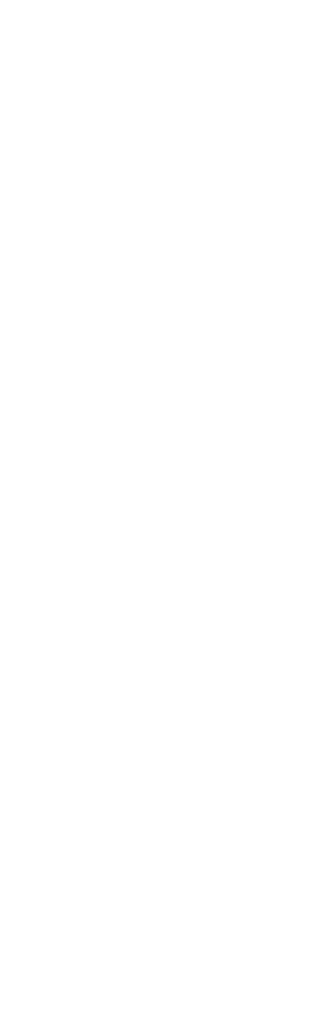
<source format=kicad_pcb>
(kicad_pcb (version 20171130) (host pcbnew "(5.0.1)-4")

  (general
    (thickness 1.6)
    (drawings 27)
    (tracks 0)
    (zones 0)
    (modules 0)
    (nets 1)
  )

  (page A4)
  (layers
    (0 F.Cu signal)
    (31 B.Cu signal)
    (32 B.Adhes user)
    (33 F.Adhes user)
    (34 B.Paste user)
    (35 F.Paste user)
    (36 B.SilkS user)
    (37 F.SilkS user)
    (38 B.Mask user)
    (39 F.Mask user)
    (40 Dwgs.User user)
    (41 Cmts.User user)
    (42 Eco1.User user)
    (43 Eco2.User user)
    (44 Edge.Cuts user)
    (45 Margin user)
    (46 B.CrtYd user)
    (47 F.CrtYd user)
    (48 B.Fab user)
    (49 F.Fab user)
  )

  (setup
    (last_trace_width 0.25)
    (trace_clearance 0.2)
    (zone_clearance 0.508)
    (zone_45_only no)
    (trace_min 0.2)
    (segment_width 0.2)
    (edge_width 0.2)
    (via_size 0.8)
    (via_drill 0.4)
    (via_min_size 0.4)
    (via_min_drill 0.3)
    (uvia_size 0.3)
    (uvia_drill 0.1)
    (uvias_allowed no)
    (uvia_min_size 0.2)
    (uvia_min_drill 0.1)
    (pcb_text_width 0.3)
    (pcb_text_size 1.5 1.5)
    (mod_edge_width 0.15)
    (mod_text_size 1 1)
    (mod_text_width 0.15)
    (pad_size 1.524 1.524)
    (pad_drill 0.762)
    (pad_to_mask_clearance 0.051)
    (solder_mask_min_width 0.25)
    (aux_axis_origin 0 0)
    (visible_elements 7FFFFFFF)
    (pcbplotparams
      (layerselection 0x010f0_ffffffff)
      (usegerberextensions false)
      (usegerberattributes false)
      (usegerberadvancedattributes false)
      (creategerberjobfile false)
      (excludeedgelayer true)
      (linewidth 0.100000)
      (plotframeref false)
      (viasonmask false)
      (mode 1)
      (useauxorigin false)
      (hpglpennumber 1)
      (hpglpenspeed 20)
      (hpglpendiameter 15.000000)
      (psnegative false)
      (psa4output false)
      (plotreference true)
      (plotvalue true)
      (plotinvisibletext false)
      (padsonsilk false)
      (subtractmaskfromsilk false)
      (outputformat 1)
      (mirror false)
      (drillshape 0)
      (scaleselection 1)
      (outputdirectory ""))
  )

  (net 0 "")

  (net_class Default "This is the default net class."
    (clearance 0.2)
    (trace_width 0.25)
    (via_dia 0.8)
    (via_drill 0.4)
    (uvia_dia 0.3)
    (uvia_drill 0.1)
  )

  (gr_circle (center 20.2 94.7) (end 23.45 94.7) (layer Eco2.User) (width 0.05) (tstamp 5EC8A334))
  (gr_circle (center 20.2 106.9) (end 23.45 106.9) (layer Eco2.User) (width 0.05) (tstamp 5EC8A331))
  (gr_circle (center 32.4 113) (end 35.65 113) (layer Eco2.User) (width 0.05) (tstamp 5EC8A32D))
  (gr_circle (center 32.4 100.8) (end 35.65 100.8) (layer Eco2.User) (width 0.05) (tstamp 5EC8A32A))
  (gr_circle (center 32.4 88.6) (end 35.65 88.6) (layer Eco2.User) (width 0.05) (tstamp 5EC8A327))
  (gr_circle (center 32.4 76.4) (end 35.65 76.4) (layer Eco2.User) (width 0.05) (tstamp 5EC8A324))
  (gr_circle (center 32.4 64.2) (end 35.65 64.2) (layer Eco2.User) (width 0.05) (tstamp 5EC8A320))
  (gr_circle (center 32.4 52) (end 35.65 52) (layer Eco2.User) (width 0.05) (tstamp 5EC8A31C))
  (gr_circle (center 32.4 39.8) (end 35.65 39.8) (layer Eco2.User) (width 0.05) (tstamp 5EC8A311))
  (gr_circle (center 8 113) (end 11.25 113) (layer Eco2.User) (width 0.2) (tstamp 5EC8A30E))
  (gr_circle (center 8 100.8) (end 11.25 100.8) (layer Eco2.User) (width 0.2) (tstamp 5EC8A309))
  (gr_circle (center 8 88.6) (end 11.25 88.6) (layer Eco2.User) (width 0.2) (tstamp 5EC8A305))
  (gr_circle (center 20.2 82.5) (end 23.45 82.5) (layer Eco2.User) (width 0.2) (tstamp 5EC8A301))
  (gr_circle (center 8 76.4) (end 11.25 76.4) (layer Eco2.User) (width 0.2) (tstamp 5EC8A2FE))
  (gr_circle (center 20.2 70.3) (end 23.45 70.3) (layer Eco2.User) (width 0.2) (tstamp 5EC8A2F9))
  (gr_circle (center 8 64.2) (end 11.25 64.2) (layer Eco2.User) (width 0.2) (tstamp 5EC8A2F3))
  (gr_circle (center 20.2 58.1) (end 23.45 58.1) (layer Eco2.User) (width 0.2) (tstamp 5EC8A2F0))
  (gr_circle (center 8 52) (end 11.25 52) (layer Eco2.User) (width 0.2) (tstamp 5EC8A2EC))
  (gr_circle (center 20.2 45.9) (end 23.45 45.9) (layer Eco2.User) (width 0.2) (tstamp 5EC8A2E8))
  (gr_circle (center 8 39.8) (end 11.25 39.8) (layer Eco2.User) (width 0.2))
  (gr_circle (center 20.2 20) (end 23.8 20) (layer Eco2.User) (width 0.2))
  (gr_circle (center 7.5 125.6) (end 9.1 125.6) (layer Eco2.User) (width 0.2) (tstamp 5EC8A2AE))
  (gr_circle (center 7.5 3.1) (end 9.1 3.1) (layer Eco2.User) (width 0.2))
  (gr_line (start 0 128.5) (end 0 0) (layer Eco2.User) (width 0.2))
  (gr_line (start 40.3 128.5) (end 0 128.5) (layer Eco2.User) (width 0.2))
  (gr_line (start 40.3 0) (end 40.3 128.5) (layer Eco2.User) (width 0.2))
  (gr_line (start 0 0) (end 40.3 0) (layer Eco2.User) (width 0.2))

)

</source>
